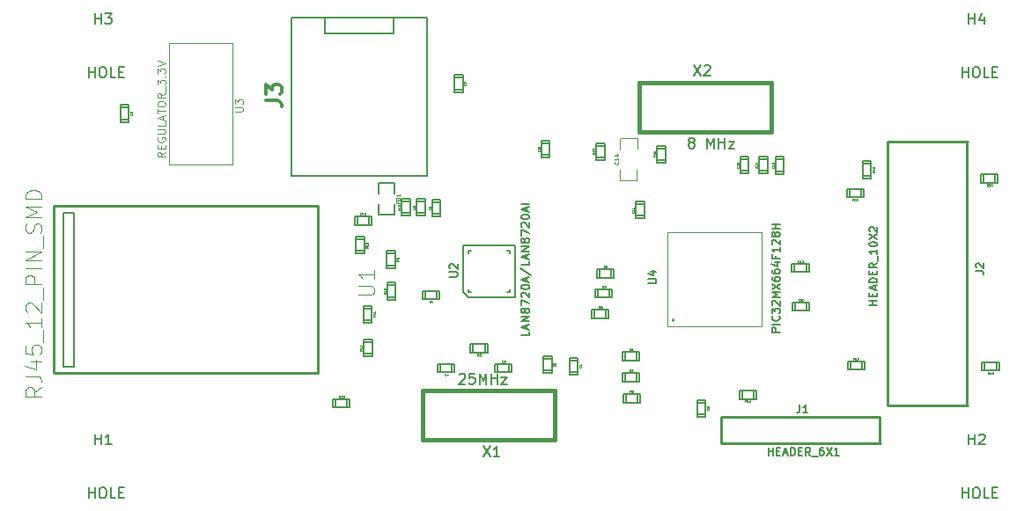
<source format=gto>
G04 (created by PCBNEW (2013-08-24 BZR 4298)-stable) date Fri 06 Dec 2013 09:15:41 PM PST*
%MOIN*%
G04 Gerber Fmt 3.4, Leading zero omitted, Abs format*
%FSLAX34Y34*%
G01*
G70*
G90*
G04 APERTURE LIST*
%ADD10C,0.005906*%
%ADD11C,0.005000*%
%ADD12C,0.003900*%
%ADD13C,0.010000*%
%ADD14C,0.005900*%
%ADD15C,0.007900*%
%ADD16C,0.015000*%
%ADD17C,0.001600*%
%ADD18C,0.003700*%
%ADD19C,0.007500*%
%ADD20C,0.007874*%
%ADD21C,0.012000*%
G04 APERTURE END LIST*
G54D10*
G54D11*
X21560Y-41247D02*
X21880Y-41247D01*
X21870Y-40807D02*
X21560Y-40807D01*
X21880Y-40707D02*
X21880Y-41347D01*
X21880Y-41347D02*
X21560Y-41347D01*
X21560Y-41347D02*
X21560Y-40707D01*
X21560Y-40707D02*
X21880Y-40707D01*
X22054Y-40266D02*
X22054Y-39946D01*
X21614Y-39956D02*
X21614Y-40266D01*
X21514Y-39946D02*
X22154Y-39946D01*
X22154Y-39946D02*
X22154Y-40266D01*
X22154Y-40266D02*
X21514Y-40266D01*
X21514Y-40266D02*
X21514Y-39946D01*
X36181Y-46532D02*
X36181Y-46852D01*
X36621Y-46842D02*
X36621Y-46532D01*
X36721Y-46852D02*
X36081Y-46852D01*
X36081Y-46852D02*
X36081Y-46532D01*
X36081Y-46532D02*
X36721Y-46532D01*
X36721Y-46532D02*
X36721Y-46852D01*
X21231Y-47179D02*
X21231Y-46859D01*
X20791Y-46869D02*
X20791Y-47179D01*
X20691Y-46859D02*
X21331Y-46859D01*
X21331Y-46859D02*
X21331Y-47179D01*
X21331Y-47179D02*
X20691Y-47179D01*
X20691Y-47179D02*
X20691Y-46859D01*
X22179Y-44709D02*
X21859Y-44709D01*
X21869Y-45149D02*
X22179Y-45149D01*
X21859Y-45249D02*
X21859Y-44609D01*
X21859Y-44609D02*
X22179Y-44609D01*
X22179Y-44609D02*
X22179Y-45249D01*
X22179Y-45249D02*
X21859Y-45249D01*
X21840Y-43869D02*
X22160Y-43869D01*
X22150Y-43429D02*
X21840Y-43429D01*
X22160Y-43329D02*
X22160Y-43969D01*
X22160Y-43969D02*
X21840Y-43969D01*
X21840Y-43969D02*
X21840Y-43329D01*
X21840Y-43329D02*
X22160Y-43329D01*
X23065Y-42551D02*
X22745Y-42551D01*
X22755Y-42991D02*
X23065Y-42991D01*
X22745Y-43091D02*
X22745Y-42451D01*
X22745Y-42451D02*
X23065Y-42451D01*
X23065Y-42451D02*
X23065Y-43091D01*
X23065Y-43091D02*
X22745Y-43091D01*
X22737Y-41786D02*
X23057Y-41786D01*
X23047Y-41346D02*
X22737Y-41346D01*
X23057Y-41246D02*
X23057Y-41886D01*
X23057Y-41886D02*
X22737Y-41886D01*
X22737Y-41886D02*
X22737Y-41246D01*
X22737Y-41246D02*
X23057Y-41246D01*
X31031Y-43793D02*
X31031Y-43473D01*
X30591Y-43483D02*
X30591Y-43793D01*
X30491Y-43473D02*
X31131Y-43473D01*
X31131Y-43473D02*
X31131Y-43793D01*
X31131Y-43793D02*
X30491Y-43793D01*
X30491Y-43793D02*
X30491Y-43473D01*
X31164Y-43014D02*
X31164Y-42694D01*
X30724Y-42704D02*
X30724Y-43014D01*
X30624Y-42694D02*
X31264Y-42694D01*
X31264Y-42694D02*
X31264Y-43014D01*
X31264Y-43014D02*
X30624Y-43014D01*
X30624Y-43014D02*
X30624Y-42694D01*
X31223Y-42266D02*
X31223Y-41946D01*
X30783Y-41956D02*
X30783Y-42266D01*
X30683Y-41946D02*
X31323Y-41946D01*
X31323Y-41946D02*
X31323Y-42266D01*
X31323Y-42266D02*
X30683Y-42266D01*
X30683Y-42266D02*
X30683Y-41946D01*
X26000Y-44780D02*
X26000Y-45100D01*
X26440Y-45090D02*
X26440Y-44780D01*
X26540Y-45100D02*
X25900Y-45100D01*
X25900Y-45100D02*
X25900Y-44780D01*
X25900Y-44780D02*
X26540Y-44780D01*
X26540Y-44780D02*
X26540Y-45100D01*
X32216Y-46990D02*
X32216Y-46670D01*
X31776Y-46680D02*
X31776Y-46990D01*
X31676Y-46670D02*
X32316Y-46670D01*
X32316Y-46670D02*
X32316Y-46990D01*
X32316Y-46990D02*
X31676Y-46990D01*
X31676Y-46990D02*
X31676Y-46670D01*
X32200Y-46195D02*
X32200Y-45875D01*
X31760Y-45885D02*
X31760Y-46195D01*
X31660Y-45875D02*
X32300Y-45875D01*
X32300Y-45875D02*
X32300Y-46195D01*
X32300Y-46195D02*
X31660Y-46195D01*
X31660Y-46195D02*
X31660Y-45875D01*
X32204Y-45392D02*
X32204Y-45072D01*
X31764Y-45082D02*
X31764Y-45392D01*
X31664Y-45072D02*
X32304Y-45072D01*
X32304Y-45072D02*
X32304Y-45392D01*
X32304Y-45392D02*
X31664Y-45392D01*
X31664Y-45392D02*
X31664Y-45072D01*
X37148Y-37768D02*
X36828Y-37768D01*
X36838Y-38208D02*
X37148Y-38208D01*
X36828Y-38308D02*
X36828Y-37668D01*
X36828Y-37668D02*
X37148Y-37668D01*
X37148Y-37668D02*
X37148Y-38308D01*
X37148Y-38308D02*
X36828Y-38308D01*
X36439Y-37772D02*
X36119Y-37772D01*
X36129Y-38212D02*
X36439Y-38212D01*
X36119Y-38312D02*
X36119Y-37672D01*
X36119Y-37672D02*
X36439Y-37672D01*
X36439Y-37672D02*
X36439Y-38312D01*
X36439Y-38312D02*
X36119Y-38312D01*
X33289Y-37358D02*
X32969Y-37358D01*
X32979Y-37798D02*
X33289Y-37798D01*
X32969Y-37898D02*
X32969Y-37258D01*
X32969Y-37258D02*
X33289Y-37258D01*
X33289Y-37258D02*
X33289Y-37898D01*
X33289Y-37898D02*
X32969Y-37898D01*
X37770Y-37783D02*
X37450Y-37783D01*
X37460Y-38223D02*
X37770Y-38223D01*
X37450Y-38323D02*
X37450Y-37683D01*
X37450Y-37683D02*
X37770Y-37683D01*
X37770Y-37683D02*
X37770Y-38323D01*
X37770Y-38323D02*
X37450Y-38323D01*
X30986Y-37260D02*
X30666Y-37260D01*
X30676Y-37700D02*
X30986Y-37700D01*
X30666Y-37800D02*
X30666Y-37160D01*
X30666Y-37160D02*
X30986Y-37160D01*
X30986Y-37160D02*
X30986Y-37800D01*
X30986Y-37800D02*
X30666Y-37800D01*
X38609Y-42049D02*
X38609Y-41729D01*
X38169Y-41739D02*
X38169Y-42049D01*
X38069Y-41729D02*
X38709Y-41729D01*
X38709Y-41729D02*
X38709Y-42049D01*
X38709Y-42049D02*
X38069Y-42049D01*
X38069Y-42049D02*
X38069Y-41729D01*
X32478Y-39476D02*
X32158Y-39476D01*
X32168Y-39916D02*
X32478Y-39916D01*
X32158Y-40016D02*
X32158Y-39376D01*
X32158Y-39376D02*
X32478Y-39376D01*
X32478Y-39376D02*
X32478Y-40016D01*
X32478Y-40016D02*
X32158Y-40016D01*
X38629Y-43518D02*
X38629Y-43198D01*
X38189Y-43208D02*
X38189Y-43518D01*
X38089Y-43198D02*
X38729Y-43198D01*
X38729Y-43198D02*
X38729Y-43518D01*
X38729Y-43518D02*
X38089Y-43518D01*
X38089Y-43518D02*
X38089Y-43198D01*
X12643Y-36255D02*
X12963Y-36255D01*
X12953Y-35815D02*
X12643Y-35815D01*
X12963Y-35715D02*
X12963Y-36355D01*
X12963Y-36355D02*
X12643Y-36355D01*
X12643Y-36355D02*
X12643Y-35715D01*
X12643Y-35715D02*
X12963Y-35715D01*
X34481Y-47428D02*
X34801Y-47428D01*
X34791Y-46988D02*
X34481Y-46988D01*
X34801Y-46888D02*
X34801Y-47528D01*
X34801Y-47528D02*
X34481Y-47528D01*
X34481Y-47528D02*
X34481Y-46888D01*
X34481Y-46888D02*
X34801Y-46888D01*
X25288Y-35121D02*
X25608Y-35121D01*
X25598Y-34681D02*
X25288Y-34681D01*
X25608Y-34581D02*
X25608Y-35221D01*
X25608Y-35221D02*
X25288Y-35221D01*
X25288Y-35221D02*
X25288Y-34581D01*
X25288Y-34581D02*
X25608Y-34581D01*
X24183Y-39378D02*
X23863Y-39378D01*
X23873Y-39818D02*
X24183Y-39818D01*
X23863Y-39918D02*
X23863Y-39278D01*
X23863Y-39278D02*
X24183Y-39278D01*
X24183Y-39278D02*
X24183Y-39918D01*
X24183Y-39918D02*
X23863Y-39918D01*
X24770Y-39398D02*
X24450Y-39398D01*
X24460Y-39838D02*
X24770Y-39838D01*
X24450Y-39938D02*
X24450Y-39298D01*
X24450Y-39298D02*
X24770Y-39298D01*
X24770Y-39298D02*
X24770Y-39938D01*
X24770Y-39938D02*
X24450Y-39938D01*
X24760Y-45528D02*
X24760Y-45848D01*
X25200Y-45838D02*
X25200Y-45528D01*
X25300Y-45848D02*
X24660Y-45848D01*
X24660Y-45848D02*
X24660Y-45528D01*
X24660Y-45528D02*
X25300Y-45528D01*
X25300Y-45528D02*
X25300Y-45848D01*
X27365Y-45841D02*
X27365Y-45521D01*
X26925Y-45531D02*
X26925Y-45841D01*
X26825Y-45521D02*
X27465Y-45521D01*
X27465Y-45521D02*
X27465Y-45841D01*
X27465Y-45841D02*
X26825Y-45841D01*
X26825Y-45841D02*
X26825Y-45521D01*
X29643Y-45830D02*
X29963Y-45830D01*
X29953Y-45390D02*
X29643Y-45390D01*
X29963Y-45290D02*
X29963Y-45930D01*
X29963Y-45930D02*
X29643Y-45930D01*
X29643Y-45930D02*
X29643Y-45290D01*
X29643Y-45290D02*
X29963Y-45290D01*
G54D12*
X16904Y-33385D02*
X16904Y-37985D01*
X16904Y-37985D02*
X14504Y-37985D01*
X14504Y-37985D02*
X14504Y-33385D01*
X14504Y-33385D02*
X16904Y-33385D01*
G54D11*
X22408Y-39063D02*
X22408Y-38663D01*
X22408Y-38663D02*
X23008Y-38663D01*
X23008Y-38663D02*
X23008Y-39063D01*
X23008Y-39463D02*
X23008Y-39863D01*
X23008Y-39863D02*
X22408Y-39863D01*
X22408Y-39863D02*
X22408Y-39463D01*
G54D12*
X32203Y-38169D02*
X32203Y-38569D01*
X32189Y-38571D02*
X31589Y-38571D01*
X31565Y-38571D02*
X31565Y-38171D01*
X31563Y-37387D02*
X31563Y-36987D01*
X31589Y-36981D02*
X32189Y-36981D01*
X32211Y-36983D02*
X32211Y-37383D01*
G54D13*
X41714Y-37106D02*
X44714Y-37106D01*
X41685Y-37106D02*
X41685Y-47106D01*
X44685Y-37106D02*
X44685Y-47106D01*
X44714Y-47106D02*
X41714Y-47106D01*
G54D11*
X24181Y-42765D02*
X24181Y-43085D01*
X24621Y-43075D02*
X24621Y-42765D01*
X24721Y-43085D02*
X24081Y-43085D01*
X24081Y-43085D02*
X24081Y-42765D01*
X24081Y-42765D02*
X24721Y-42765D01*
X24721Y-42765D02*
X24721Y-43085D01*
G54D14*
X25638Y-42803D02*
X25638Y-41039D01*
X25834Y-42999D02*
X27598Y-42999D01*
X25834Y-42999D02*
X25638Y-42803D01*
G54D15*
X25932Y-42803D02*
X25834Y-42803D01*
X25834Y-42803D02*
X25834Y-42705D01*
X27402Y-42705D02*
X27402Y-42803D01*
X27402Y-42803D02*
X27304Y-42803D01*
X27304Y-41235D02*
X27402Y-41235D01*
X27402Y-41235D02*
X27402Y-41333D01*
X25834Y-41333D02*
X25834Y-41235D01*
X25834Y-41235D02*
X25932Y-41235D01*
G54D14*
X27598Y-41039D02*
X27598Y-42999D01*
X25638Y-41039D02*
X27598Y-41039D01*
G54D16*
X37303Y-34881D02*
X37303Y-36732D01*
X32303Y-34881D02*
X32303Y-36732D01*
X32303Y-36732D02*
X37303Y-36732D01*
X32303Y-34881D02*
X37303Y-34881D01*
X24074Y-48401D02*
X24074Y-46551D01*
X29074Y-48401D02*
X29074Y-46551D01*
X29074Y-46551D02*
X24074Y-46551D01*
X29074Y-48401D02*
X24074Y-48401D01*
G54D10*
X10875Y-39807D02*
X10482Y-39807D01*
X10482Y-39807D02*
X10482Y-45633D01*
X10482Y-45633D02*
X10875Y-45633D01*
X10875Y-45633D02*
X10875Y-39807D01*
G54D13*
X20137Y-39531D02*
X20137Y-45870D01*
X20137Y-45870D02*
X10137Y-45870D01*
X10137Y-45870D02*
X10137Y-39531D01*
X10137Y-39531D02*
X20137Y-39531D01*
G54D11*
X28670Y-45775D02*
X28990Y-45775D01*
X28980Y-45335D02*
X28670Y-45335D01*
X28990Y-45235D02*
X28990Y-45875D01*
X28990Y-45875D02*
X28670Y-45875D01*
X28670Y-45875D02*
X28670Y-45235D01*
X28670Y-45235D02*
X28990Y-45235D01*
X23624Y-39370D02*
X23304Y-39370D01*
X23314Y-39810D02*
X23624Y-39810D01*
X23304Y-39910D02*
X23304Y-39270D01*
X23304Y-39270D02*
X23624Y-39270D01*
X23624Y-39270D02*
X23624Y-39910D01*
X23624Y-39910D02*
X23304Y-39910D01*
X28900Y-37165D02*
X28580Y-37165D01*
X28590Y-37605D02*
X28900Y-37605D01*
X28580Y-37705D02*
X28580Y-37065D01*
X28580Y-37065D02*
X28900Y-37065D01*
X28900Y-37065D02*
X28900Y-37705D01*
X28900Y-37705D02*
X28580Y-37705D01*
X20393Y-32405D02*
X20393Y-33015D01*
X20393Y-33015D02*
X22992Y-33015D01*
X22992Y-33015D02*
X22992Y-32415D01*
G54D15*
X19132Y-38389D02*
X19132Y-32405D01*
X19132Y-32405D02*
X24252Y-32405D01*
X24252Y-32405D02*
X24252Y-38389D01*
X24252Y-38389D02*
X19132Y-38389D01*
G54D13*
X41401Y-47531D02*
X35401Y-47531D01*
X41401Y-47531D02*
X41401Y-48531D01*
X41407Y-48537D02*
X35395Y-48537D01*
X35395Y-48537D02*
X35395Y-47529D01*
G54D11*
X40720Y-45746D02*
X40720Y-45426D01*
X40280Y-45436D02*
X40280Y-45746D01*
X40180Y-45426D02*
X40820Y-45426D01*
X40820Y-45426D02*
X40820Y-45746D01*
X40820Y-45746D02*
X40180Y-45746D01*
X40180Y-45746D02*
X40180Y-45426D01*
X45370Y-45465D02*
X45370Y-45785D01*
X45810Y-45775D02*
X45810Y-45465D01*
X45910Y-45785D02*
X45270Y-45785D01*
X45270Y-45785D02*
X45270Y-45465D01*
X45270Y-45465D02*
X45910Y-45465D01*
X45910Y-45465D02*
X45910Y-45785D01*
X40749Y-38389D02*
X41069Y-38389D01*
X41059Y-37949D02*
X40749Y-37949D01*
X41069Y-37849D02*
X41069Y-38489D01*
X41069Y-38489D02*
X40749Y-38489D01*
X40749Y-38489D02*
X40749Y-37849D01*
X40749Y-37849D02*
X41069Y-37849D01*
X45327Y-38351D02*
X45327Y-38671D01*
X45767Y-38661D02*
X45767Y-38351D01*
X45867Y-38671D02*
X45227Y-38671D01*
X45227Y-38671D02*
X45227Y-38351D01*
X45227Y-38351D02*
X45867Y-38351D01*
X45867Y-38351D02*
X45867Y-38671D01*
G54D12*
X33370Y-44090D02*
X33370Y-40547D01*
X33370Y-40547D02*
X36913Y-40547D01*
X36913Y-40547D02*
X36913Y-44090D01*
X36913Y-44090D02*
X33370Y-44090D01*
X33625Y-43872D02*
G75*
G03X33625Y-43872I-53J0D01*
G74*
G01*
G54D11*
X40248Y-38891D02*
X40248Y-39211D01*
X40688Y-39201D02*
X40688Y-38891D01*
X40788Y-39211D02*
X40148Y-39211D01*
X40148Y-39211D02*
X40148Y-38891D01*
X40148Y-38891D02*
X40788Y-38891D01*
X40788Y-38891D02*
X40788Y-39211D01*
G54D17*
X22006Y-41078D02*
X21968Y-41104D01*
X22006Y-41123D02*
X21927Y-41123D01*
X21927Y-41093D01*
X21930Y-41085D01*
X21934Y-41082D01*
X21942Y-41078D01*
X21953Y-41078D01*
X21961Y-41082D01*
X21964Y-41085D01*
X21968Y-41093D01*
X21968Y-41123D01*
X22006Y-41003D02*
X22006Y-41048D01*
X22006Y-41025D02*
X21927Y-41025D01*
X21938Y-41033D01*
X21946Y-41040D01*
X21949Y-41048D01*
X21927Y-40935D02*
X21927Y-40950D01*
X21930Y-40957D01*
X21934Y-40961D01*
X21946Y-40969D01*
X21961Y-40973D01*
X21991Y-40973D01*
X21998Y-40969D01*
X22002Y-40965D01*
X22006Y-40957D01*
X22006Y-40942D01*
X22002Y-40935D01*
X21998Y-40931D01*
X21991Y-40927D01*
X21972Y-40927D01*
X21964Y-40931D01*
X21961Y-40935D01*
X21957Y-40942D01*
X21957Y-40957D01*
X21961Y-40965D01*
X21964Y-40969D01*
X21972Y-40973D01*
X21783Y-39892D02*
X21757Y-39854D01*
X21738Y-39892D02*
X21738Y-39813D01*
X21768Y-39813D01*
X21776Y-39816D01*
X21780Y-39820D01*
X21783Y-39828D01*
X21783Y-39839D01*
X21780Y-39846D01*
X21776Y-39850D01*
X21768Y-39854D01*
X21738Y-39854D01*
X21859Y-39892D02*
X21813Y-39892D01*
X21836Y-39892D02*
X21836Y-39813D01*
X21829Y-39824D01*
X21821Y-39831D01*
X21813Y-39835D01*
X21930Y-39813D02*
X21892Y-39813D01*
X21889Y-39850D01*
X21892Y-39846D01*
X21900Y-39843D01*
X21919Y-39843D01*
X21926Y-39846D01*
X21930Y-39850D01*
X21934Y-39858D01*
X21934Y-39876D01*
X21930Y-39884D01*
X21926Y-39888D01*
X21919Y-39892D01*
X21900Y-39892D01*
X21892Y-39888D01*
X21889Y-39884D01*
X36350Y-46978D02*
X36324Y-46941D01*
X36305Y-46978D02*
X36305Y-46899D01*
X36335Y-46899D01*
X36343Y-46903D01*
X36347Y-46907D01*
X36350Y-46914D01*
X36350Y-46925D01*
X36347Y-46933D01*
X36343Y-46937D01*
X36335Y-46941D01*
X36305Y-46941D01*
X36426Y-46978D02*
X36380Y-46978D01*
X36403Y-46978D02*
X36403Y-46899D01*
X36395Y-46910D01*
X36388Y-46918D01*
X36380Y-46922D01*
X36493Y-46925D02*
X36493Y-46978D01*
X36474Y-46895D02*
X36456Y-46952D01*
X36505Y-46952D01*
X20961Y-46805D02*
X20934Y-46767D01*
X20915Y-46805D02*
X20915Y-46726D01*
X20945Y-46726D01*
X20953Y-46730D01*
X20957Y-46733D01*
X20961Y-46741D01*
X20961Y-46752D01*
X20957Y-46760D01*
X20953Y-46764D01*
X20945Y-46767D01*
X20915Y-46767D01*
X21036Y-46805D02*
X20991Y-46805D01*
X21013Y-46805D02*
X21013Y-46726D01*
X21006Y-46737D01*
X20998Y-46745D01*
X20991Y-46748D01*
X21062Y-46726D02*
X21111Y-46726D01*
X21085Y-46756D01*
X21096Y-46756D01*
X21103Y-46760D01*
X21107Y-46764D01*
X21111Y-46771D01*
X21111Y-46790D01*
X21107Y-46797D01*
X21103Y-46801D01*
X21096Y-46805D01*
X21073Y-46805D01*
X21066Y-46801D01*
X21062Y-46797D01*
X21805Y-44979D02*
X21767Y-45006D01*
X21805Y-45025D02*
X21726Y-45025D01*
X21726Y-44994D01*
X21730Y-44987D01*
X21733Y-44983D01*
X21741Y-44979D01*
X21752Y-44979D01*
X21760Y-44983D01*
X21764Y-44987D01*
X21767Y-44994D01*
X21767Y-45025D01*
X21805Y-44904D02*
X21805Y-44949D01*
X21805Y-44927D02*
X21726Y-44927D01*
X21737Y-44934D01*
X21745Y-44942D01*
X21748Y-44949D01*
X21733Y-44874D02*
X21730Y-44870D01*
X21726Y-44863D01*
X21726Y-44844D01*
X21730Y-44836D01*
X21733Y-44833D01*
X21741Y-44829D01*
X21748Y-44829D01*
X21760Y-44833D01*
X21805Y-44878D01*
X21805Y-44829D01*
X22285Y-43700D02*
X22248Y-43726D01*
X22285Y-43745D02*
X22206Y-43745D01*
X22206Y-43715D01*
X22210Y-43707D01*
X22214Y-43704D01*
X22221Y-43700D01*
X22233Y-43700D01*
X22240Y-43704D01*
X22244Y-43707D01*
X22248Y-43715D01*
X22248Y-43745D01*
X22285Y-43625D02*
X22285Y-43670D01*
X22285Y-43647D02*
X22206Y-43647D01*
X22218Y-43655D01*
X22225Y-43662D01*
X22229Y-43670D01*
X22285Y-43549D02*
X22285Y-43595D01*
X22285Y-43572D02*
X22206Y-43572D01*
X22218Y-43580D01*
X22225Y-43587D01*
X22229Y-43595D01*
X22691Y-42822D02*
X22653Y-42848D01*
X22691Y-42867D02*
X22612Y-42867D01*
X22612Y-42837D01*
X22616Y-42829D01*
X22619Y-42826D01*
X22627Y-42822D01*
X22638Y-42822D01*
X22646Y-42826D01*
X22649Y-42829D01*
X22653Y-42837D01*
X22653Y-42867D01*
X22691Y-42747D02*
X22691Y-42792D01*
X22691Y-42769D02*
X22612Y-42769D01*
X22623Y-42777D01*
X22631Y-42784D01*
X22634Y-42792D01*
X22612Y-42698D02*
X22612Y-42690D01*
X22616Y-42683D01*
X22619Y-42679D01*
X22627Y-42675D01*
X22642Y-42671D01*
X22661Y-42671D01*
X22676Y-42675D01*
X22683Y-42679D01*
X22687Y-42683D01*
X22691Y-42690D01*
X22691Y-42698D01*
X22687Y-42705D01*
X22683Y-42709D01*
X22676Y-42713D01*
X22661Y-42717D01*
X22642Y-42717D01*
X22627Y-42713D01*
X22619Y-42709D01*
X22616Y-42705D01*
X22612Y-42698D01*
X23183Y-41580D02*
X23145Y-41606D01*
X23183Y-41625D02*
X23104Y-41625D01*
X23104Y-41595D01*
X23108Y-41587D01*
X23111Y-41583D01*
X23119Y-41580D01*
X23130Y-41580D01*
X23138Y-41583D01*
X23141Y-41587D01*
X23145Y-41595D01*
X23145Y-41625D01*
X23183Y-41542D02*
X23183Y-41527D01*
X23179Y-41519D01*
X23175Y-41516D01*
X23164Y-41508D01*
X23149Y-41504D01*
X23119Y-41504D01*
X23111Y-41508D01*
X23108Y-41512D01*
X23104Y-41519D01*
X23104Y-41534D01*
X23108Y-41542D01*
X23111Y-41546D01*
X23119Y-41550D01*
X23138Y-41550D01*
X23145Y-41546D01*
X23149Y-41542D01*
X23153Y-41534D01*
X23153Y-41519D01*
X23149Y-41512D01*
X23145Y-41508D01*
X23138Y-41504D01*
X30797Y-43419D02*
X30771Y-43381D01*
X30752Y-43419D02*
X30752Y-43340D01*
X30782Y-43340D01*
X30790Y-43344D01*
X30794Y-43348D01*
X30797Y-43355D01*
X30797Y-43366D01*
X30794Y-43374D01*
X30790Y-43378D01*
X30782Y-43381D01*
X30752Y-43381D01*
X30843Y-43374D02*
X30835Y-43370D01*
X30831Y-43366D01*
X30827Y-43359D01*
X30827Y-43355D01*
X30831Y-43348D01*
X30835Y-43344D01*
X30843Y-43340D01*
X30858Y-43340D01*
X30865Y-43344D01*
X30869Y-43348D01*
X30873Y-43355D01*
X30873Y-43359D01*
X30869Y-43366D01*
X30865Y-43370D01*
X30858Y-43374D01*
X30843Y-43374D01*
X30835Y-43378D01*
X30831Y-43381D01*
X30827Y-43389D01*
X30827Y-43404D01*
X30831Y-43412D01*
X30835Y-43415D01*
X30843Y-43419D01*
X30858Y-43419D01*
X30865Y-43415D01*
X30869Y-43412D01*
X30873Y-43404D01*
X30873Y-43389D01*
X30869Y-43381D01*
X30865Y-43378D01*
X30858Y-43374D01*
X30931Y-42640D02*
X30905Y-42602D01*
X30886Y-42640D02*
X30886Y-42561D01*
X30916Y-42561D01*
X30924Y-42564D01*
X30927Y-42568D01*
X30931Y-42576D01*
X30931Y-42587D01*
X30927Y-42594D01*
X30924Y-42598D01*
X30916Y-42602D01*
X30886Y-42602D01*
X30958Y-42561D02*
X31010Y-42561D01*
X30976Y-42640D01*
X30990Y-41892D02*
X30964Y-41854D01*
X30945Y-41892D02*
X30945Y-41813D01*
X30975Y-41813D01*
X30983Y-41816D01*
X30987Y-41820D01*
X30990Y-41828D01*
X30990Y-41839D01*
X30987Y-41846D01*
X30983Y-41850D01*
X30975Y-41854D01*
X30945Y-41854D01*
X31058Y-41813D02*
X31043Y-41813D01*
X31035Y-41816D01*
X31032Y-41820D01*
X31024Y-41831D01*
X31020Y-41846D01*
X31020Y-41876D01*
X31024Y-41884D01*
X31028Y-41888D01*
X31035Y-41892D01*
X31050Y-41892D01*
X31058Y-41888D01*
X31062Y-41884D01*
X31066Y-41876D01*
X31066Y-41858D01*
X31062Y-41850D01*
X31058Y-41846D01*
X31050Y-41843D01*
X31035Y-41843D01*
X31028Y-41846D01*
X31024Y-41850D01*
X31020Y-41858D01*
X26207Y-45226D02*
X26180Y-45189D01*
X26162Y-45226D02*
X26162Y-45147D01*
X26192Y-45147D01*
X26199Y-45151D01*
X26203Y-45155D01*
X26207Y-45162D01*
X26207Y-45174D01*
X26203Y-45181D01*
X26199Y-45185D01*
X26192Y-45189D01*
X26162Y-45189D01*
X26278Y-45147D02*
X26241Y-45147D01*
X26237Y-45185D01*
X26241Y-45181D01*
X26248Y-45177D01*
X26267Y-45177D01*
X26275Y-45181D01*
X26278Y-45185D01*
X26282Y-45192D01*
X26282Y-45211D01*
X26278Y-45219D01*
X26275Y-45222D01*
X26267Y-45226D01*
X26248Y-45226D01*
X26241Y-45222D01*
X26237Y-45219D01*
X31982Y-46616D02*
X31956Y-46578D01*
X31937Y-46616D02*
X31937Y-46537D01*
X31967Y-46537D01*
X31975Y-46541D01*
X31979Y-46544D01*
X31982Y-46552D01*
X31982Y-46563D01*
X31979Y-46571D01*
X31975Y-46575D01*
X31967Y-46578D01*
X31937Y-46578D01*
X32009Y-46537D02*
X32058Y-46537D01*
X32031Y-46567D01*
X32043Y-46567D01*
X32050Y-46571D01*
X32054Y-46575D01*
X32058Y-46582D01*
X32058Y-46601D01*
X32054Y-46608D01*
X32050Y-46612D01*
X32043Y-46616D01*
X32020Y-46616D01*
X32012Y-46612D01*
X32009Y-46608D01*
X31967Y-45821D02*
X31940Y-45783D01*
X31922Y-45821D02*
X31922Y-45742D01*
X31952Y-45742D01*
X31959Y-45745D01*
X31963Y-45749D01*
X31967Y-45757D01*
X31967Y-45768D01*
X31963Y-45776D01*
X31959Y-45779D01*
X31952Y-45783D01*
X31922Y-45783D01*
X31997Y-45749D02*
X32001Y-45745D01*
X32008Y-45742D01*
X32027Y-45742D01*
X32034Y-45745D01*
X32038Y-45749D01*
X32042Y-45757D01*
X32042Y-45764D01*
X32038Y-45776D01*
X31993Y-45821D01*
X32042Y-45821D01*
X31971Y-45018D02*
X31944Y-44980D01*
X31925Y-45018D02*
X31925Y-44939D01*
X31956Y-44939D01*
X31963Y-44942D01*
X31967Y-44946D01*
X31971Y-44954D01*
X31971Y-44965D01*
X31967Y-44972D01*
X31963Y-44976D01*
X31956Y-44980D01*
X31925Y-44980D01*
X32046Y-45018D02*
X32001Y-45018D01*
X32023Y-45018D02*
X32023Y-44939D01*
X32016Y-44950D01*
X32008Y-44957D01*
X32001Y-44961D01*
X36766Y-38038D02*
X36770Y-38042D01*
X36773Y-38054D01*
X36773Y-38061D01*
X36770Y-38072D01*
X36762Y-38080D01*
X36755Y-38084D01*
X36740Y-38087D01*
X36728Y-38087D01*
X36713Y-38084D01*
X36706Y-38080D01*
X36698Y-38072D01*
X36694Y-38061D01*
X36694Y-38054D01*
X36698Y-38042D01*
X36702Y-38038D01*
X36702Y-38008D02*
X36698Y-38005D01*
X36694Y-37997D01*
X36694Y-37978D01*
X36698Y-37971D01*
X36702Y-37967D01*
X36709Y-37963D01*
X36717Y-37963D01*
X36728Y-37967D01*
X36773Y-38012D01*
X36773Y-37963D01*
X36773Y-37888D02*
X36773Y-37933D01*
X36773Y-37911D02*
X36694Y-37911D01*
X36706Y-37918D01*
X36713Y-37926D01*
X36717Y-37933D01*
X36057Y-38042D02*
X36061Y-38046D01*
X36065Y-38057D01*
X36065Y-38065D01*
X36061Y-38076D01*
X36053Y-38084D01*
X36046Y-38088D01*
X36031Y-38091D01*
X36020Y-38091D01*
X36005Y-38088D01*
X35997Y-38084D01*
X35990Y-38076D01*
X35986Y-38065D01*
X35986Y-38057D01*
X35990Y-38046D01*
X35993Y-38042D01*
X35993Y-38012D02*
X35990Y-38009D01*
X35986Y-38001D01*
X35986Y-37982D01*
X35990Y-37975D01*
X35993Y-37971D01*
X36001Y-37967D01*
X36008Y-37967D01*
X36020Y-37971D01*
X36065Y-38016D01*
X36065Y-37967D01*
X35986Y-37918D02*
X35986Y-37911D01*
X35990Y-37903D01*
X35993Y-37899D01*
X36001Y-37896D01*
X36016Y-37892D01*
X36035Y-37892D01*
X36050Y-37896D01*
X36057Y-37899D01*
X36061Y-37903D01*
X36065Y-37911D01*
X36065Y-37918D01*
X36061Y-37926D01*
X36057Y-37930D01*
X36050Y-37933D01*
X36035Y-37937D01*
X36016Y-37937D01*
X36001Y-37933D01*
X35993Y-37930D01*
X35990Y-37926D01*
X35986Y-37918D01*
X32908Y-37629D02*
X32911Y-37633D01*
X32915Y-37644D01*
X32915Y-37652D01*
X32911Y-37663D01*
X32904Y-37670D01*
X32896Y-37674D01*
X32881Y-37678D01*
X32870Y-37678D01*
X32855Y-37674D01*
X32847Y-37670D01*
X32840Y-37663D01*
X32836Y-37652D01*
X32836Y-37644D01*
X32840Y-37633D01*
X32844Y-37629D01*
X32915Y-37554D02*
X32915Y-37599D01*
X32915Y-37576D02*
X32836Y-37576D01*
X32847Y-37584D01*
X32855Y-37591D01*
X32859Y-37599D01*
X32915Y-37516D02*
X32915Y-37501D01*
X32911Y-37494D01*
X32908Y-37490D01*
X32896Y-37482D01*
X32881Y-37479D01*
X32851Y-37479D01*
X32844Y-37482D01*
X32840Y-37486D01*
X32836Y-37494D01*
X32836Y-37509D01*
X32840Y-37516D01*
X32844Y-37520D01*
X32851Y-37524D01*
X32870Y-37524D01*
X32878Y-37520D01*
X32881Y-37516D01*
X32885Y-37509D01*
X32885Y-37494D01*
X32881Y-37486D01*
X32878Y-37482D01*
X32870Y-37479D01*
X37388Y-38054D02*
X37392Y-38058D01*
X37395Y-38069D01*
X37395Y-38077D01*
X37392Y-38088D01*
X37384Y-38096D01*
X37377Y-38099D01*
X37362Y-38103D01*
X37350Y-38103D01*
X37335Y-38099D01*
X37328Y-38096D01*
X37320Y-38088D01*
X37316Y-38077D01*
X37316Y-38069D01*
X37320Y-38058D01*
X37324Y-38054D01*
X37395Y-37979D02*
X37395Y-38024D01*
X37395Y-38002D02*
X37316Y-38002D01*
X37328Y-38009D01*
X37335Y-38017D01*
X37339Y-38024D01*
X37350Y-37934D02*
X37347Y-37941D01*
X37343Y-37945D01*
X37335Y-37949D01*
X37332Y-37949D01*
X37324Y-37945D01*
X37320Y-37941D01*
X37316Y-37934D01*
X37316Y-37919D01*
X37320Y-37911D01*
X37324Y-37908D01*
X37332Y-37904D01*
X37335Y-37904D01*
X37343Y-37908D01*
X37347Y-37911D01*
X37350Y-37919D01*
X37350Y-37934D01*
X37354Y-37941D01*
X37358Y-37945D01*
X37365Y-37949D01*
X37380Y-37949D01*
X37388Y-37945D01*
X37392Y-37941D01*
X37395Y-37934D01*
X37395Y-37919D01*
X37392Y-37911D01*
X37388Y-37908D01*
X37380Y-37904D01*
X37365Y-37904D01*
X37358Y-37908D01*
X37354Y-37911D01*
X37350Y-37919D01*
X30604Y-37531D02*
X30608Y-37534D01*
X30612Y-37546D01*
X30612Y-37553D01*
X30608Y-37564D01*
X30601Y-37572D01*
X30593Y-37576D01*
X30578Y-37580D01*
X30567Y-37580D01*
X30552Y-37576D01*
X30544Y-37572D01*
X30537Y-37564D01*
X30533Y-37553D01*
X30533Y-37546D01*
X30537Y-37534D01*
X30541Y-37531D01*
X30612Y-37455D02*
X30612Y-37501D01*
X30612Y-37478D02*
X30533Y-37478D01*
X30544Y-37485D01*
X30552Y-37493D01*
X30556Y-37501D01*
X30533Y-37429D02*
X30533Y-37380D01*
X30563Y-37406D01*
X30563Y-37395D01*
X30567Y-37388D01*
X30571Y-37384D01*
X30578Y-37380D01*
X30597Y-37380D01*
X30604Y-37384D01*
X30608Y-37388D01*
X30612Y-37395D01*
X30612Y-37418D01*
X30608Y-37425D01*
X30604Y-37429D01*
X38338Y-41667D02*
X38335Y-41671D01*
X38323Y-41675D01*
X38316Y-41675D01*
X38305Y-41671D01*
X38297Y-41664D01*
X38293Y-41656D01*
X38290Y-41641D01*
X38290Y-41630D01*
X38293Y-41615D01*
X38297Y-41607D01*
X38305Y-41600D01*
X38316Y-41596D01*
X38323Y-41596D01*
X38335Y-41600D01*
X38338Y-41604D01*
X38414Y-41675D02*
X38369Y-41675D01*
X38391Y-41675D02*
X38391Y-41596D01*
X38384Y-41607D01*
X38376Y-41615D01*
X38369Y-41619D01*
X38444Y-41604D02*
X38448Y-41600D01*
X38455Y-41596D01*
X38474Y-41596D01*
X38481Y-41600D01*
X38485Y-41604D01*
X38489Y-41611D01*
X38489Y-41619D01*
X38485Y-41630D01*
X38440Y-41675D01*
X38489Y-41675D01*
X32097Y-39747D02*
X32100Y-39751D01*
X32104Y-39762D01*
X32104Y-39770D01*
X32100Y-39781D01*
X32093Y-39789D01*
X32085Y-39792D01*
X32070Y-39796D01*
X32059Y-39796D01*
X32044Y-39792D01*
X32036Y-39789D01*
X32029Y-39781D01*
X32025Y-39770D01*
X32025Y-39762D01*
X32029Y-39751D01*
X32033Y-39747D01*
X32104Y-39672D02*
X32104Y-39717D01*
X32104Y-39694D02*
X32025Y-39694D01*
X32036Y-39702D01*
X32044Y-39710D01*
X32048Y-39717D01*
X32104Y-39597D02*
X32104Y-39642D01*
X32104Y-39619D02*
X32025Y-39619D01*
X32036Y-39627D01*
X32044Y-39634D01*
X32048Y-39642D01*
X38358Y-43136D02*
X38354Y-43140D01*
X38343Y-43144D01*
X38336Y-43144D01*
X38324Y-43140D01*
X38317Y-43132D01*
X38313Y-43125D01*
X38309Y-43110D01*
X38309Y-43098D01*
X38313Y-43083D01*
X38317Y-43076D01*
X38324Y-43068D01*
X38336Y-43065D01*
X38343Y-43065D01*
X38354Y-43068D01*
X38358Y-43072D01*
X38433Y-43144D02*
X38388Y-43144D01*
X38411Y-43144D02*
X38411Y-43065D01*
X38403Y-43076D01*
X38396Y-43083D01*
X38388Y-43087D01*
X38482Y-43065D02*
X38490Y-43065D01*
X38497Y-43068D01*
X38501Y-43072D01*
X38505Y-43080D01*
X38509Y-43095D01*
X38509Y-43113D01*
X38505Y-43128D01*
X38501Y-43136D01*
X38497Y-43140D01*
X38490Y-43144D01*
X38482Y-43144D01*
X38475Y-43140D01*
X38471Y-43136D01*
X38467Y-43128D01*
X38463Y-43113D01*
X38463Y-43095D01*
X38467Y-43080D01*
X38471Y-43072D01*
X38475Y-43068D01*
X38482Y-43065D01*
X13081Y-36048D02*
X13085Y-36052D01*
X13088Y-36063D01*
X13088Y-36071D01*
X13085Y-36082D01*
X13077Y-36089D01*
X13070Y-36093D01*
X13055Y-36097D01*
X13043Y-36097D01*
X13028Y-36093D01*
X13021Y-36089D01*
X13013Y-36082D01*
X13009Y-36071D01*
X13009Y-36063D01*
X13013Y-36052D01*
X13017Y-36048D01*
X13088Y-36010D02*
X13088Y-35995D01*
X13085Y-35988D01*
X13081Y-35984D01*
X13070Y-35977D01*
X13055Y-35973D01*
X13024Y-35973D01*
X13017Y-35977D01*
X13013Y-35980D01*
X13009Y-35988D01*
X13009Y-36003D01*
X13013Y-36010D01*
X13017Y-36014D01*
X13024Y-36018D01*
X13043Y-36018D01*
X13051Y-36014D01*
X13055Y-36010D01*
X13058Y-36003D01*
X13058Y-35988D01*
X13055Y-35980D01*
X13051Y-35977D01*
X13043Y-35973D01*
X34919Y-47221D02*
X34923Y-47225D01*
X34927Y-47236D01*
X34927Y-47244D01*
X34923Y-47255D01*
X34916Y-47263D01*
X34908Y-47266D01*
X34893Y-47270D01*
X34882Y-47270D01*
X34867Y-47266D01*
X34859Y-47263D01*
X34852Y-47255D01*
X34848Y-47244D01*
X34848Y-47236D01*
X34852Y-47225D01*
X34855Y-47221D01*
X34882Y-47176D02*
X34878Y-47184D01*
X34874Y-47187D01*
X34867Y-47191D01*
X34863Y-47191D01*
X34855Y-47187D01*
X34852Y-47184D01*
X34848Y-47176D01*
X34848Y-47161D01*
X34852Y-47154D01*
X34855Y-47150D01*
X34863Y-47146D01*
X34867Y-47146D01*
X34874Y-47150D01*
X34878Y-47154D01*
X34882Y-47161D01*
X34882Y-47176D01*
X34886Y-47184D01*
X34889Y-47187D01*
X34897Y-47191D01*
X34912Y-47191D01*
X34919Y-47187D01*
X34923Y-47184D01*
X34927Y-47176D01*
X34927Y-47161D01*
X34923Y-47154D01*
X34919Y-47150D01*
X34912Y-47146D01*
X34897Y-47146D01*
X34889Y-47150D01*
X34886Y-47154D01*
X34882Y-47161D01*
X25727Y-34914D02*
X25730Y-34918D01*
X25734Y-34929D01*
X25734Y-34937D01*
X25730Y-34948D01*
X25723Y-34956D01*
X25715Y-34959D01*
X25700Y-34963D01*
X25689Y-34963D01*
X25674Y-34959D01*
X25666Y-34956D01*
X25659Y-34948D01*
X25655Y-34937D01*
X25655Y-34929D01*
X25659Y-34918D01*
X25663Y-34914D01*
X25655Y-34888D02*
X25655Y-34835D01*
X25734Y-34869D01*
X23801Y-39611D02*
X23805Y-39615D01*
X23809Y-39626D01*
X23809Y-39634D01*
X23805Y-39645D01*
X23798Y-39652D01*
X23790Y-39656D01*
X23775Y-39660D01*
X23764Y-39660D01*
X23749Y-39656D01*
X23741Y-39652D01*
X23734Y-39645D01*
X23730Y-39634D01*
X23730Y-39626D01*
X23734Y-39615D01*
X23737Y-39611D01*
X23730Y-39543D02*
X23730Y-39558D01*
X23734Y-39566D01*
X23737Y-39570D01*
X23749Y-39577D01*
X23764Y-39581D01*
X23794Y-39581D01*
X23801Y-39577D01*
X23805Y-39573D01*
X23809Y-39566D01*
X23809Y-39551D01*
X23805Y-39543D01*
X23801Y-39540D01*
X23794Y-39536D01*
X23775Y-39536D01*
X23767Y-39540D01*
X23764Y-39543D01*
X23760Y-39551D01*
X23760Y-39566D01*
X23764Y-39573D01*
X23767Y-39577D01*
X23775Y-39581D01*
X24388Y-39631D02*
X24392Y-39635D01*
X24395Y-39646D01*
X24395Y-39653D01*
X24392Y-39665D01*
X24384Y-39672D01*
X24377Y-39676D01*
X24362Y-39680D01*
X24350Y-39680D01*
X24335Y-39676D01*
X24328Y-39672D01*
X24320Y-39665D01*
X24316Y-39653D01*
X24316Y-39646D01*
X24320Y-39635D01*
X24324Y-39631D01*
X24316Y-39559D02*
X24316Y-39597D01*
X24354Y-39601D01*
X24350Y-39597D01*
X24347Y-39589D01*
X24347Y-39571D01*
X24350Y-39563D01*
X24354Y-39559D01*
X24362Y-39556D01*
X24380Y-39556D01*
X24388Y-39559D01*
X24392Y-39563D01*
X24395Y-39571D01*
X24395Y-39589D01*
X24392Y-39597D01*
X24388Y-39601D01*
X24967Y-45967D02*
X24963Y-45970D01*
X24952Y-45974D01*
X24944Y-45974D01*
X24933Y-45970D01*
X24925Y-45963D01*
X24922Y-45955D01*
X24918Y-45940D01*
X24918Y-45929D01*
X24922Y-45914D01*
X24925Y-45907D01*
X24933Y-45899D01*
X24944Y-45895D01*
X24952Y-45895D01*
X24963Y-45899D01*
X24967Y-45903D01*
X25034Y-45922D02*
X25034Y-45974D01*
X25016Y-45891D02*
X24997Y-45948D01*
X25046Y-45948D01*
X27132Y-45459D02*
X27128Y-45463D01*
X27117Y-45466D01*
X27109Y-45466D01*
X27098Y-45463D01*
X27091Y-45455D01*
X27087Y-45448D01*
X27083Y-45432D01*
X27083Y-45421D01*
X27087Y-45406D01*
X27091Y-45399D01*
X27098Y-45391D01*
X27109Y-45387D01*
X27117Y-45387D01*
X27128Y-45391D01*
X27132Y-45395D01*
X27158Y-45387D02*
X27207Y-45387D01*
X27181Y-45417D01*
X27192Y-45417D01*
X27200Y-45421D01*
X27203Y-45425D01*
X27207Y-45432D01*
X27207Y-45451D01*
X27203Y-45459D01*
X27200Y-45463D01*
X27192Y-45466D01*
X27170Y-45466D01*
X27162Y-45463D01*
X27158Y-45459D01*
X30081Y-45623D02*
X30085Y-45627D01*
X30088Y-45638D01*
X30088Y-45645D01*
X30085Y-45657D01*
X30077Y-45664D01*
X30070Y-45668D01*
X30055Y-45672D01*
X30043Y-45672D01*
X30028Y-45668D01*
X30021Y-45664D01*
X30013Y-45657D01*
X30009Y-45645D01*
X30009Y-45638D01*
X30013Y-45627D01*
X30017Y-45623D01*
X30088Y-45548D02*
X30088Y-45593D01*
X30088Y-45570D02*
X30009Y-45570D01*
X30021Y-45578D01*
X30028Y-45585D01*
X30032Y-45593D01*
G54D12*
X16990Y-35963D02*
X17233Y-35963D01*
X17261Y-35949D01*
X17276Y-35935D01*
X17290Y-35906D01*
X17290Y-35849D01*
X17276Y-35820D01*
X17261Y-35806D01*
X17233Y-35792D01*
X16990Y-35792D01*
X16990Y-35677D02*
X16990Y-35492D01*
X17104Y-35592D01*
X17104Y-35549D01*
X17119Y-35520D01*
X17133Y-35506D01*
X17161Y-35492D01*
X17233Y-35492D01*
X17261Y-35506D01*
X17276Y-35520D01*
X17290Y-35549D01*
X17290Y-35635D01*
X17276Y-35663D01*
X17261Y-35677D01*
X14340Y-37506D02*
X14197Y-37606D01*
X14340Y-37677D02*
X14040Y-37677D01*
X14040Y-37563D01*
X14054Y-37535D01*
X14069Y-37520D01*
X14097Y-37506D01*
X14140Y-37506D01*
X14169Y-37520D01*
X14183Y-37535D01*
X14197Y-37563D01*
X14197Y-37677D01*
X14183Y-37377D02*
X14183Y-37277D01*
X14340Y-37235D02*
X14340Y-37377D01*
X14040Y-37377D01*
X14040Y-37235D01*
X14054Y-36949D02*
X14040Y-36977D01*
X14040Y-37020D01*
X14054Y-37063D01*
X14083Y-37092D01*
X14111Y-37106D01*
X14169Y-37120D01*
X14211Y-37120D01*
X14269Y-37106D01*
X14297Y-37092D01*
X14326Y-37063D01*
X14340Y-37020D01*
X14340Y-36992D01*
X14326Y-36949D01*
X14311Y-36935D01*
X14211Y-36935D01*
X14211Y-36992D01*
X14040Y-36806D02*
X14283Y-36806D01*
X14311Y-36792D01*
X14326Y-36777D01*
X14340Y-36749D01*
X14340Y-36692D01*
X14326Y-36663D01*
X14311Y-36649D01*
X14283Y-36635D01*
X14040Y-36635D01*
X14340Y-36349D02*
X14340Y-36492D01*
X14040Y-36492D01*
X14254Y-36263D02*
X14254Y-36120D01*
X14340Y-36292D02*
X14040Y-36192D01*
X14340Y-36092D01*
X14040Y-36035D02*
X14040Y-35863D01*
X14340Y-35949D02*
X14040Y-35949D01*
X14040Y-35706D02*
X14040Y-35649D01*
X14054Y-35620D01*
X14083Y-35592D01*
X14140Y-35577D01*
X14240Y-35577D01*
X14297Y-35592D01*
X14326Y-35620D01*
X14340Y-35649D01*
X14340Y-35706D01*
X14326Y-35735D01*
X14297Y-35763D01*
X14240Y-35777D01*
X14140Y-35777D01*
X14083Y-35763D01*
X14054Y-35735D01*
X14040Y-35706D01*
X14340Y-35277D02*
X14197Y-35377D01*
X14340Y-35449D02*
X14040Y-35449D01*
X14040Y-35335D01*
X14054Y-35306D01*
X14069Y-35292D01*
X14097Y-35277D01*
X14140Y-35277D01*
X14169Y-35292D01*
X14183Y-35306D01*
X14197Y-35335D01*
X14197Y-35449D01*
X14369Y-35220D02*
X14369Y-34992D01*
X14040Y-34949D02*
X14040Y-34763D01*
X14154Y-34863D01*
X14154Y-34820D01*
X14169Y-34792D01*
X14183Y-34777D01*
X14211Y-34763D01*
X14283Y-34763D01*
X14311Y-34777D01*
X14326Y-34792D01*
X14340Y-34820D01*
X14340Y-34906D01*
X14326Y-34935D01*
X14311Y-34949D01*
X14311Y-34635D02*
X14326Y-34620D01*
X14340Y-34635D01*
X14326Y-34649D01*
X14311Y-34635D01*
X14340Y-34635D01*
X14040Y-34520D02*
X14040Y-34335D01*
X14154Y-34435D01*
X14154Y-34392D01*
X14169Y-34363D01*
X14183Y-34349D01*
X14211Y-34335D01*
X14283Y-34335D01*
X14311Y-34349D01*
X14326Y-34363D01*
X14340Y-34392D01*
X14340Y-34477D01*
X14326Y-34506D01*
X14311Y-34520D01*
X14040Y-34249D02*
X14340Y-34149D01*
X14040Y-34049D01*
G54D18*
X23149Y-39398D02*
X23149Y-39448D01*
X23228Y-39448D02*
X23078Y-39448D01*
X23078Y-39377D01*
X23149Y-39270D02*
X23157Y-39248D01*
X23164Y-39241D01*
X23178Y-39234D01*
X23199Y-39234D01*
X23214Y-39241D01*
X23221Y-39248D01*
X23228Y-39263D01*
X23228Y-39320D01*
X23078Y-39320D01*
X23078Y-39270D01*
X23085Y-39255D01*
X23092Y-39248D01*
X23107Y-39241D01*
X23121Y-39241D01*
X23135Y-39248D01*
X23142Y-39255D01*
X23149Y-39270D01*
X23149Y-39320D01*
X23228Y-39091D02*
X23228Y-39177D01*
X23228Y-39134D02*
X23078Y-39134D01*
X23099Y-39148D01*
X23114Y-39163D01*
X23121Y-39177D01*
X31491Y-37862D02*
X31498Y-37869D01*
X31505Y-37890D01*
X31505Y-37904D01*
X31498Y-37926D01*
X31484Y-37940D01*
X31469Y-37947D01*
X31441Y-37954D01*
X31419Y-37954D01*
X31391Y-37947D01*
X31377Y-37940D01*
X31362Y-37926D01*
X31355Y-37904D01*
X31355Y-37890D01*
X31362Y-37869D01*
X31369Y-37862D01*
X31505Y-37719D02*
X31505Y-37804D01*
X31505Y-37762D02*
X31355Y-37762D01*
X31377Y-37776D01*
X31391Y-37790D01*
X31398Y-37804D01*
X31405Y-37590D02*
X31505Y-37590D01*
X31348Y-37626D02*
X31455Y-37662D01*
X31455Y-37569D01*
G54D19*
X45028Y-42009D02*
X45242Y-42009D01*
X45285Y-42023D01*
X45314Y-42052D01*
X45328Y-42095D01*
X45328Y-42123D01*
X45057Y-41880D02*
X45042Y-41866D01*
X45028Y-41838D01*
X45028Y-41766D01*
X45042Y-41738D01*
X45057Y-41723D01*
X45085Y-41709D01*
X45114Y-41709D01*
X45157Y-41723D01*
X45328Y-41895D01*
X45328Y-41709D01*
X41293Y-43292D02*
X40993Y-43292D01*
X41136Y-43292D02*
X41136Y-43120D01*
X41293Y-43120D02*
X40993Y-43120D01*
X41136Y-42978D02*
X41136Y-42878D01*
X41293Y-42835D02*
X41293Y-42978D01*
X40993Y-42978D01*
X40993Y-42835D01*
X41207Y-42720D02*
X41207Y-42578D01*
X41293Y-42749D02*
X40993Y-42649D01*
X41293Y-42549D01*
X41293Y-42449D02*
X40993Y-42449D01*
X40993Y-42378D01*
X41007Y-42335D01*
X41036Y-42306D01*
X41064Y-42292D01*
X41121Y-42278D01*
X41164Y-42278D01*
X41221Y-42292D01*
X41250Y-42306D01*
X41278Y-42335D01*
X41293Y-42378D01*
X41293Y-42449D01*
X41136Y-42149D02*
X41136Y-42049D01*
X41293Y-42006D02*
X41293Y-42149D01*
X40993Y-42149D01*
X40993Y-42006D01*
X41293Y-41706D02*
X41150Y-41806D01*
X41293Y-41878D02*
X40993Y-41878D01*
X40993Y-41763D01*
X41007Y-41735D01*
X41021Y-41720D01*
X41050Y-41706D01*
X41093Y-41706D01*
X41121Y-41720D01*
X41136Y-41735D01*
X41150Y-41763D01*
X41150Y-41878D01*
X41321Y-41649D02*
X41321Y-41420D01*
X41293Y-41192D02*
X41293Y-41363D01*
X41293Y-41278D02*
X40993Y-41278D01*
X41036Y-41306D01*
X41064Y-41335D01*
X41078Y-41363D01*
X40993Y-41006D02*
X40993Y-40978D01*
X41007Y-40949D01*
X41021Y-40935D01*
X41050Y-40920D01*
X41107Y-40906D01*
X41178Y-40906D01*
X41236Y-40920D01*
X41264Y-40935D01*
X41278Y-40949D01*
X41293Y-40978D01*
X41293Y-41006D01*
X41278Y-41035D01*
X41264Y-41049D01*
X41236Y-41063D01*
X41178Y-41078D01*
X41107Y-41078D01*
X41050Y-41063D01*
X41021Y-41049D01*
X41007Y-41035D01*
X40993Y-41006D01*
X40993Y-40806D02*
X41293Y-40606D01*
X40993Y-40606D02*
X41293Y-40806D01*
X41021Y-40506D02*
X41007Y-40492D01*
X40993Y-40463D01*
X40993Y-40392D01*
X41007Y-40363D01*
X41021Y-40349D01*
X41050Y-40335D01*
X41078Y-40335D01*
X41121Y-40349D01*
X41293Y-40520D01*
X41293Y-40335D01*
G54D17*
X24388Y-43210D02*
X24362Y-43173D01*
X24343Y-43210D02*
X24343Y-43131D01*
X24373Y-43131D01*
X24380Y-43135D01*
X24384Y-43139D01*
X24388Y-43146D01*
X24388Y-43158D01*
X24384Y-43165D01*
X24380Y-43169D01*
X24373Y-43173D01*
X24343Y-43173D01*
X24456Y-43158D02*
X24456Y-43210D01*
X24437Y-43128D02*
X24418Y-43184D01*
X24467Y-43184D01*
G54D20*
X25097Y-42220D02*
X25352Y-42220D01*
X25382Y-42205D01*
X25397Y-42190D01*
X25412Y-42160D01*
X25412Y-42100D01*
X25397Y-42070D01*
X25382Y-42055D01*
X25352Y-42040D01*
X25097Y-42040D01*
X25127Y-41905D02*
X25112Y-41890D01*
X25097Y-41860D01*
X25097Y-41785D01*
X25112Y-41755D01*
X25127Y-41740D01*
X25157Y-41725D01*
X25187Y-41725D01*
X25232Y-41740D01*
X25412Y-41920D01*
X25412Y-41725D01*
X28128Y-44290D02*
X28128Y-44440D01*
X27813Y-44440D01*
X28038Y-44200D02*
X28038Y-44050D01*
X28128Y-44230D02*
X27813Y-44125D01*
X28128Y-44020D01*
X28128Y-43915D02*
X27813Y-43915D01*
X28128Y-43735D01*
X27813Y-43735D01*
X27948Y-43540D02*
X27933Y-43570D01*
X27918Y-43585D01*
X27888Y-43600D01*
X27873Y-43600D01*
X27843Y-43585D01*
X27828Y-43570D01*
X27813Y-43540D01*
X27813Y-43480D01*
X27828Y-43450D01*
X27843Y-43435D01*
X27873Y-43420D01*
X27888Y-43420D01*
X27918Y-43435D01*
X27933Y-43450D01*
X27948Y-43480D01*
X27948Y-43540D01*
X27963Y-43570D01*
X27978Y-43585D01*
X28008Y-43600D01*
X28068Y-43600D01*
X28098Y-43585D01*
X28113Y-43570D01*
X28128Y-43540D01*
X28128Y-43480D01*
X28113Y-43450D01*
X28098Y-43435D01*
X28068Y-43420D01*
X28008Y-43420D01*
X27978Y-43435D01*
X27963Y-43450D01*
X27948Y-43480D01*
X27813Y-43315D02*
X27813Y-43105D01*
X28128Y-43240D01*
X27843Y-43000D02*
X27828Y-42985D01*
X27813Y-42955D01*
X27813Y-42880D01*
X27828Y-42850D01*
X27843Y-42835D01*
X27873Y-42820D01*
X27903Y-42820D01*
X27948Y-42835D01*
X28128Y-43015D01*
X28128Y-42820D01*
X27813Y-42625D02*
X27813Y-42595D01*
X27828Y-42565D01*
X27843Y-42550D01*
X27873Y-42535D01*
X27933Y-42520D01*
X28008Y-42520D01*
X28068Y-42535D01*
X28098Y-42550D01*
X28113Y-42565D01*
X28128Y-42595D01*
X28128Y-42625D01*
X28113Y-42655D01*
X28098Y-42670D01*
X28068Y-42685D01*
X28008Y-42700D01*
X27933Y-42700D01*
X27873Y-42685D01*
X27843Y-42670D01*
X27828Y-42655D01*
X27813Y-42625D01*
X28038Y-42400D02*
X28038Y-42250D01*
X28128Y-42430D02*
X27813Y-42325D01*
X28128Y-42220D01*
X27798Y-41890D02*
X28203Y-42160D01*
X28128Y-41635D02*
X28128Y-41785D01*
X27813Y-41785D01*
X28038Y-41545D02*
X28038Y-41395D01*
X28128Y-41575D02*
X27813Y-41470D01*
X28128Y-41365D01*
X28128Y-41260D02*
X27813Y-41260D01*
X28128Y-41080D01*
X27813Y-41080D01*
X27948Y-40885D02*
X27933Y-40915D01*
X27918Y-40930D01*
X27888Y-40945D01*
X27873Y-40945D01*
X27843Y-40930D01*
X27828Y-40915D01*
X27813Y-40885D01*
X27813Y-40825D01*
X27828Y-40795D01*
X27843Y-40780D01*
X27873Y-40765D01*
X27888Y-40765D01*
X27918Y-40780D01*
X27933Y-40795D01*
X27948Y-40825D01*
X27948Y-40885D01*
X27963Y-40915D01*
X27978Y-40930D01*
X28008Y-40945D01*
X28068Y-40945D01*
X28098Y-40930D01*
X28113Y-40915D01*
X28128Y-40885D01*
X28128Y-40825D01*
X28113Y-40795D01*
X28098Y-40780D01*
X28068Y-40765D01*
X28008Y-40765D01*
X27978Y-40780D01*
X27963Y-40795D01*
X27948Y-40825D01*
X27813Y-40660D02*
X27813Y-40450D01*
X28128Y-40585D01*
X27843Y-40345D02*
X27828Y-40330D01*
X27813Y-40300D01*
X27813Y-40226D01*
X27828Y-40196D01*
X27843Y-40181D01*
X27873Y-40166D01*
X27903Y-40166D01*
X27948Y-40181D01*
X28128Y-40360D01*
X28128Y-40166D01*
X27813Y-39971D02*
X27813Y-39941D01*
X27828Y-39911D01*
X27843Y-39896D01*
X27873Y-39881D01*
X27933Y-39866D01*
X28008Y-39866D01*
X28068Y-39881D01*
X28098Y-39896D01*
X28113Y-39911D01*
X28128Y-39941D01*
X28128Y-39971D01*
X28113Y-40001D01*
X28098Y-40016D01*
X28068Y-40031D01*
X28008Y-40046D01*
X27933Y-40046D01*
X27873Y-40031D01*
X27843Y-40016D01*
X27828Y-40001D01*
X27813Y-39971D01*
X28038Y-39746D02*
X28038Y-39596D01*
X28128Y-39776D02*
X27813Y-39671D01*
X28128Y-39566D01*
X28128Y-39461D02*
X27813Y-39461D01*
G54D15*
X34359Y-34206D02*
X34621Y-34600D01*
X34621Y-34206D02*
X34359Y-34600D01*
X34753Y-34243D02*
X34771Y-34225D01*
X34809Y-34206D01*
X34903Y-34206D01*
X34940Y-34225D01*
X34959Y-34243D01*
X34978Y-34281D01*
X34978Y-34318D01*
X34959Y-34375D01*
X34734Y-34600D01*
X34978Y-34600D01*
X34234Y-37128D02*
X34197Y-37109D01*
X34178Y-37090D01*
X34159Y-37053D01*
X34159Y-37034D01*
X34178Y-36996D01*
X34197Y-36978D01*
X34234Y-36959D01*
X34309Y-36959D01*
X34347Y-36978D01*
X34365Y-36996D01*
X34384Y-37034D01*
X34384Y-37053D01*
X34365Y-37090D01*
X34347Y-37109D01*
X34309Y-37128D01*
X34234Y-37128D01*
X34197Y-37146D01*
X34178Y-37165D01*
X34159Y-37203D01*
X34159Y-37278D01*
X34178Y-37315D01*
X34197Y-37334D01*
X34234Y-37353D01*
X34309Y-37353D01*
X34347Y-37334D01*
X34365Y-37315D01*
X34384Y-37278D01*
X34384Y-37203D01*
X34365Y-37165D01*
X34347Y-37146D01*
X34309Y-37128D01*
X34853Y-37353D02*
X34853Y-36959D01*
X34985Y-37240D01*
X35116Y-36959D01*
X35116Y-37353D01*
X35303Y-37353D02*
X35303Y-36959D01*
X35303Y-37146D02*
X35529Y-37146D01*
X35529Y-37353D02*
X35529Y-36959D01*
X35679Y-37090D02*
X35885Y-37090D01*
X35679Y-37353D01*
X35885Y-37353D01*
X26380Y-48645D02*
X26643Y-49039D01*
X26643Y-48645D02*
X26380Y-49039D01*
X26999Y-49039D02*
X26774Y-49039D01*
X26887Y-49039D02*
X26887Y-48645D01*
X26849Y-48701D01*
X26812Y-48739D01*
X26774Y-48758D01*
X25473Y-45930D02*
X25492Y-45911D01*
X25529Y-45892D01*
X25623Y-45892D01*
X25661Y-45911D01*
X25679Y-45930D01*
X25698Y-45967D01*
X25698Y-46005D01*
X25679Y-46061D01*
X25454Y-46286D01*
X25698Y-46286D01*
X26055Y-45892D02*
X25867Y-45892D01*
X25848Y-46080D01*
X25867Y-46061D01*
X25905Y-46042D01*
X25998Y-46042D01*
X26036Y-46061D01*
X26055Y-46080D01*
X26073Y-46117D01*
X26073Y-46211D01*
X26055Y-46249D01*
X26036Y-46267D01*
X25998Y-46286D01*
X25905Y-46286D01*
X25867Y-46267D01*
X25848Y-46249D01*
X26242Y-46286D02*
X26242Y-45892D01*
X26374Y-46174D01*
X26505Y-45892D01*
X26505Y-46286D01*
X26693Y-46286D02*
X26693Y-45892D01*
X26693Y-46080D02*
X26918Y-46080D01*
X26918Y-46286D02*
X26918Y-45892D01*
X27068Y-46023D02*
X27274Y-46023D01*
X27068Y-46286D01*
X27274Y-46286D01*
G54D12*
X21659Y-42911D02*
X22145Y-42911D01*
X22202Y-42883D01*
X22231Y-42854D01*
X22259Y-42797D01*
X22259Y-42683D01*
X22231Y-42626D01*
X22202Y-42597D01*
X22145Y-42569D01*
X21659Y-42569D01*
X22259Y-41969D02*
X22259Y-42311D01*
X22259Y-42140D02*
X21659Y-42140D01*
X21745Y-42197D01*
X21802Y-42254D01*
X21831Y-42311D01*
X9661Y-46415D02*
X9375Y-46615D01*
X9661Y-46758D02*
X9061Y-46758D01*
X9061Y-46529D01*
X9089Y-46472D01*
X9118Y-46443D01*
X9175Y-46415D01*
X9261Y-46415D01*
X9318Y-46443D01*
X9346Y-46472D01*
X9375Y-46529D01*
X9375Y-46758D01*
X9061Y-45986D02*
X9489Y-45986D01*
X9575Y-46015D01*
X9632Y-46072D01*
X9661Y-46158D01*
X9661Y-46215D01*
X9261Y-45443D02*
X9661Y-45443D01*
X9032Y-45586D02*
X9461Y-45729D01*
X9461Y-45358D01*
X9061Y-44843D02*
X9061Y-45129D01*
X9346Y-45158D01*
X9318Y-45129D01*
X9289Y-45072D01*
X9289Y-44929D01*
X9318Y-44872D01*
X9346Y-44843D01*
X9404Y-44815D01*
X9546Y-44815D01*
X9604Y-44843D01*
X9632Y-44872D01*
X9661Y-44929D01*
X9661Y-45072D01*
X9632Y-45129D01*
X9604Y-45158D01*
X9718Y-44701D02*
X9718Y-44243D01*
X9661Y-43786D02*
X9661Y-44129D01*
X9661Y-43958D02*
X9061Y-43958D01*
X9146Y-44015D01*
X9204Y-44072D01*
X9232Y-44129D01*
X9118Y-43558D02*
X9089Y-43529D01*
X9061Y-43472D01*
X9061Y-43329D01*
X9089Y-43272D01*
X9118Y-43243D01*
X9175Y-43215D01*
X9232Y-43215D01*
X9318Y-43243D01*
X9661Y-43586D01*
X9661Y-43215D01*
X9718Y-43101D02*
X9718Y-42643D01*
X9661Y-42501D02*
X9061Y-42501D01*
X9061Y-42272D01*
X9089Y-42215D01*
X9118Y-42186D01*
X9175Y-42158D01*
X9261Y-42158D01*
X9318Y-42186D01*
X9346Y-42215D01*
X9375Y-42272D01*
X9375Y-42501D01*
X9661Y-41901D02*
X9061Y-41901D01*
X9661Y-41615D02*
X9061Y-41615D01*
X9661Y-41272D01*
X9061Y-41272D01*
X9718Y-41129D02*
X9718Y-40672D01*
X9632Y-40558D02*
X9661Y-40472D01*
X9661Y-40329D01*
X9632Y-40272D01*
X9604Y-40243D01*
X9546Y-40215D01*
X9489Y-40215D01*
X9432Y-40243D01*
X9404Y-40272D01*
X9375Y-40329D01*
X9346Y-40443D01*
X9318Y-40501D01*
X9289Y-40529D01*
X9232Y-40558D01*
X9175Y-40558D01*
X9118Y-40529D01*
X9089Y-40501D01*
X9061Y-40443D01*
X9061Y-40301D01*
X9089Y-40215D01*
X9661Y-39958D02*
X9061Y-39958D01*
X9489Y-39758D01*
X9061Y-39558D01*
X9661Y-39558D01*
X9661Y-39272D02*
X9061Y-39272D01*
X9061Y-39129D01*
X9089Y-39043D01*
X9146Y-38986D01*
X9204Y-38958D01*
X9318Y-38929D01*
X9404Y-38929D01*
X9518Y-38958D01*
X9575Y-38986D01*
X9632Y-39043D01*
X9661Y-39129D01*
X9661Y-39272D01*
G54D17*
X29108Y-45568D02*
X29112Y-45572D01*
X29116Y-45583D01*
X29116Y-45590D01*
X29112Y-45602D01*
X29105Y-45609D01*
X29097Y-45613D01*
X29082Y-45617D01*
X29071Y-45617D01*
X29056Y-45613D01*
X29048Y-45609D01*
X29041Y-45602D01*
X29037Y-45590D01*
X29037Y-45583D01*
X29041Y-45572D01*
X29044Y-45568D01*
X29044Y-45538D02*
X29041Y-45534D01*
X29037Y-45526D01*
X29037Y-45508D01*
X29041Y-45500D01*
X29044Y-45496D01*
X29052Y-45493D01*
X29060Y-45493D01*
X29071Y-45496D01*
X29116Y-45541D01*
X29116Y-45493D01*
X23242Y-39641D02*
X23246Y-39645D01*
X23250Y-39656D01*
X23250Y-39663D01*
X23246Y-39675D01*
X23239Y-39682D01*
X23231Y-39686D01*
X23216Y-39690D01*
X23205Y-39690D01*
X23190Y-39686D01*
X23182Y-39682D01*
X23175Y-39675D01*
X23171Y-39663D01*
X23171Y-39656D01*
X23175Y-39645D01*
X23178Y-39641D01*
X23250Y-39566D02*
X23250Y-39611D01*
X23250Y-39588D02*
X23171Y-39588D01*
X23182Y-39596D01*
X23190Y-39603D01*
X23193Y-39611D01*
X23171Y-39494D02*
X23171Y-39532D01*
X23208Y-39536D01*
X23205Y-39532D01*
X23201Y-39524D01*
X23201Y-39505D01*
X23205Y-39498D01*
X23208Y-39494D01*
X23216Y-39490D01*
X23235Y-39490D01*
X23242Y-39494D01*
X23246Y-39498D01*
X23250Y-39505D01*
X23250Y-39524D01*
X23246Y-39532D01*
X23242Y-39536D01*
X28518Y-37436D02*
X28522Y-37440D01*
X28525Y-37451D01*
X28525Y-37459D01*
X28522Y-37470D01*
X28514Y-37477D01*
X28507Y-37481D01*
X28492Y-37485D01*
X28480Y-37485D01*
X28465Y-37481D01*
X28458Y-37477D01*
X28450Y-37470D01*
X28446Y-37459D01*
X28446Y-37451D01*
X28450Y-37440D01*
X28454Y-37436D01*
X28525Y-37361D02*
X28525Y-37406D01*
X28525Y-37383D02*
X28446Y-37383D01*
X28458Y-37391D01*
X28465Y-37398D01*
X28469Y-37406D01*
X28446Y-37293D02*
X28446Y-37308D01*
X28450Y-37316D01*
X28454Y-37319D01*
X28465Y-37327D01*
X28480Y-37331D01*
X28510Y-37331D01*
X28518Y-37327D01*
X28522Y-37323D01*
X28525Y-37316D01*
X28525Y-37301D01*
X28522Y-37293D01*
X28518Y-37289D01*
X28510Y-37286D01*
X28492Y-37286D01*
X28484Y-37289D01*
X28480Y-37293D01*
X28476Y-37301D01*
X28476Y-37316D01*
X28480Y-37323D01*
X28484Y-37327D01*
X28492Y-37331D01*
G54D21*
X18152Y-35535D02*
X18580Y-35535D01*
X18666Y-35564D01*
X18723Y-35621D01*
X18752Y-35707D01*
X18752Y-35764D01*
X18152Y-35307D02*
X18152Y-34935D01*
X18380Y-35135D01*
X18380Y-35049D01*
X18409Y-34992D01*
X18438Y-34964D01*
X18495Y-34935D01*
X18638Y-34935D01*
X18695Y-34964D01*
X18723Y-34992D01*
X18752Y-35049D01*
X18752Y-35221D01*
X18723Y-35278D01*
X18695Y-35307D01*
G54D19*
X38371Y-47085D02*
X38371Y-47299D01*
X38357Y-47342D01*
X38328Y-47370D01*
X38285Y-47385D01*
X38257Y-47385D01*
X38671Y-47385D02*
X38500Y-47385D01*
X38585Y-47385D02*
X38585Y-47085D01*
X38557Y-47128D01*
X38528Y-47156D01*
X38500Y-47170D01*
X37179Y-48999D02*
X37179Y-48699D01*
X37179Y-48842D02*
X37350Y-48842D01*
X37350Y-48999D02*
X37350Y-48699D01*
X37493Y-48842D02*
X37593Y-48842D01*
X37636Y-48999D02*
X37493Y-48999D01*
X37493Y-48699D01*
X37636Y-48699D01*
X37750Y-48913D02*
X37893Y-48913D01*
X37721Y-48999D02*
X37821Y-48699D01*
X37921Y-48999D01*
X38021Y-48999D02*
X38021Y-48699D01*
X38093Y-48699D01*
X38136Y-48713D01*
X38164Y-48742D01*
X38179Y-48770D01*
X38193Y-48827D01*
X38193Y-48870D01*
X38179Y-48927D01*
X38164Y-48956D01*
X38136Y-48984D01*
X38093Y-48999D01*
X38021Y-48999D01*
X38321Y-48842D02*
X38421Y-48842D01*
X38464Y-48999D02*
X38321Y-48999D01*
X38321Y-48699D01*
X38464Y-48699D01*
X38764Y-48999D02*
X38664Y-48856D01*
X38593Y-48999D02*
X38593Y-48699D01*
X38707Y-48699D01*
X38736Y-48713D01*
X38750Y-48727D01*
X38764Y-48756D01*
X38764Y-48799D01*
X38750Y-48827D01*
X38736Y-48842D01*
X38707Y-48856D01*
X38593Y-48856D01*
X38821Y-49027D02*
X39050Y-49027D01*
X39250Y-48699D02*
X39193Y-48699D01*
X39164Y-48713D01*
X39150Y-48727D01*
X39121Y-48770D01*
X39107Y-48827D01*
X39107Y-48942D01*
X39121Y-48970D01*
X39136Y-48984D01*
X39164Y-48999D01*
X39221Y-48999D01*
X39250Y-48984D01*
X39264Y-48970D01*
X39279Y-48942D01*
X39279Y-48870D01*
X39264Y-48842D01*
X39250Y-48827D01*
X39221Y-48813D01*
X39164Y-48813D01*
X39136Y-48827D01*
X39121Y-48842D01*
X39107Y-48870D01*
X39379Y-48699D02*
X39579Y-48999D01*
X39579Y-48699D02*
X39379Y-48999D01*
X39850Y-48999D02*
X39679Y-48999D01*
X39764Y-48999D02*
X39764Y-48699D01*
X39736Y-48742D01*
X39707Y-48770D01*
X39679Y-48784D01*
G54D17*
X40449Y-45372D02*
X40422Y-45334D01*
X40404Y-45372D02*
X40404Y-45293D01*
X40434Y-45293D01*
X40441Y-45297D01*
X40445Y-45300D01*
X40449Y-45308D01*
X40449Y-45319D01*
X40445Y-45327D01*
X40441Y-45330D01*
X40434Y-45334D01*
X40404Y-45334D01*
X40524Y-45372D02*
X40479Y-45372D01*
X40501Y-45372D02*
X40501Y-45293D01*
X40494Y-45304D01*
X40486Y-45312D01*
X40479Y-45315D01*
X40550Y-45293D02*
X40603Y-45293D01*
X40569Y-45372D01*
X45539Y-45911D02*
X45513Y-45874D01*
X45494Y-45911D02*
X45494Y-45832D01*
X45524Y-45832D01*
X45532Y-45836D01*
X45536Y-45840D01*
X45539Y-45847D01*
X45539Y-45859D01*
X45536Y-45866D01*
X45532Y-45870D01*
X45524Y-45874D01*
X45494Y-45874D01*
X45615Y-45911D02*
X45569Y-45911D01*
X45592Y-45911D02*
X45592Y-45832D01*
X45584Y-45844D01*
X45577Y-45851D01*
X45569Y-45855D01*
X45660Y-45866D02*
X45652Y-45862D01*
X45648Y-45859D01*
X45645Y-45851D01*
X45645Y-45847D01*
X45648Y-45840D01*
X45652Y-45836D01*
X45660Y-45832D01*
X45675Y-45832D01*
X45682Y-45836D01*
X45686Y-45840D01*
X45690Y-45847D01*
X45690Y-45851D01*
X45686Y-45859D01*
X45682Y-45862D01*
X45675Y-45866D01*
X45660Y-45866D01*
X45652Y-45870D01*
X45648Y-45874D01*
X45645Y-45881D01*
X45645Y-45896D01*
X45648Y-45904D01*
X45652Y-45907D01*
X45660Y-45911D01*
X45675Y-45911D01*
X45682Y-45907D01*
X45686Y-45904D01*
X45690Y-45896D01*
X45690Y-45881D01*
X45686Y-45874D01*
X45682Y-45870D01*
X45675Y-45866D01*
X41195Y-38220D02*
X41157Y-38246D01*
X41195Y-38265D02*
X41116Y-38265D01*
X41116Y-38235D01*
X41119Y-38227D01*
X41123Y-38223D01*
X41131Y-38220D01*
X41142Y-38220D01*
X41150Y-38223D01*
X41153Y-38227D01*
X41157Y-38235D01*
X41157Y-38265D01*
X41195Y-38144D02*
X41195Y-38189D01*
X41195Y-38167D02*
X41116Y-38167D01*
X41127Y-38174D01*
X41134Y-38182D01*
X41138Y-38189D01*
X41195Y-38107D02*
X41195Y-38092D01*
X41191Y-38084D01*
X41187Y-38080D01*
X41176Y-38073D01*
X41161Y-38069D01*
X41131Y-38069D01*
X41123Y-38073D01*
X41119Y-38077D01*
X41116Y-38084D01*
X41116Y-38099D01*
X41119Y-38107D01*
X41123Y-38110D01*
X41131Y-38114D01*
X41150Y-38114D01*
X41157Y-38110D01*
X41161Y-38107D01*
X41165Y-38099D01*
X41165Y-38084D01*
X41161Y-38077D01*
X41157Y-38073D01*
X41150Y-38069D01*
X45496Y-38797D02*
X45470Y-38759D01*
X45451Y-38797D02*
X45451Y-38718D01*
X45481Y-38718D01*
X45488Y-38722D01*
X45492Y-38726D01*
X45496Y-38733D01*
X45496Y-38744D01*
X45492Y-38752D01*
X45488Y-38756D01*
X45481Y-38759D01*
X45451Y-38759D01*
X45526Y-38726D02*
X45530Y-38722D01*
X45537Y-38718D01*
X45556Y-38718D01*
X45564Y-38722D01*
X45567Y-38726D01*
X45571Y-38733D01*
X45571Y-38741D01*
X45567Y-38752D01*
X45522Y-38797D01*
X45571Y-38797D01*
X45620Y-38718D02*
X45628Y-38718D01*
X45635Y-38722D01*
X45639Y-38726D01*
X45643Y-38733D01*
X45646Y-38748D01*
X45646Y-38767D01*
X45643Y-38782D01*
X45639Y-38790D01*
X45635Y-38793D01*
X45628Y-38797D01*
X45620Y-38797D01*
X45613Y-38793D01*
X45609Y-38790D01*
X45605Y-38782D01*
X45601Y-38767D01*
X45601Y-38748D01*
X45605Y-38733D01*
X45609Y-38726D01*
X45613Y-38722D01*
X45620Y-38718D01*
G54D11*
X32634Y-42468D02*
X32877Y-42468D01*
X32906Y-42454D01*
X32920Y-42440D01*
X32934Y-42411D01*
X32934Y-42354D01*
X32920Y-42325D01*
X32906Y-42311D01*
X32877Y-42297D01*
X32634Y-42297D01*
X32734Y-42025D02*
X32934Y-42025D01*
X32620Y-42097D02*
X32834Y-42168D01*
X32834Y-41983D01*
X37610Y-44322D02*
X37310Y-44322D01*
X37310Y-44208D01*
X37324Y-44179D01*
X37338Y-44165D01*
X37367Y-44150D01*
X37410Y-44150D01*
X37438Y-44165D01*
X37452Y-44179D01*
X37467Y-44208D01*
X37467Y-44322D01*
X37610Y-44022D02*
X37310Y-44022D01*
X37581Y-43708D02*
X37595Y-43722D01*
X37610Y-43765D01*
X37610Y-43793D01*
X37595Y-43836D01*
X37567Y-43865D01*
X37538Y-43879D01*
X37481Y-43893D01*
X37438Y-43893D01*
X37381Y-43879D01*
X37352Y-43865D01*
X37324Y-43836D01*
X37310Y-43793D01*
X37310Y-43765D01*
X37324Y-43722D01*
X37338Y-43708D01*
X37310Y-43608D02*
X37310Y-43422D01*
X37424Y-43522D01*
X37424Y-43479D01*
X37438Y-43450D01*
X37452Y-43436D01*
X37481Y-43422D01*
X37552Y-43422D01*
X37581Y-43436D01*
X37595Y-43450D01*
X37610Y-43479D01*
X37610Y-43565D01*
X37595Y-43593D01*
X37581Y-43608D01*
X37338Y-43308D02*
X37324Y-43293D01*
X37310Y-43265D01*
X37310Y-43193D01*
X37324Y-43165D01*
X37338Y-43150D01*
X37367Y-43136D01*
X37395Y-43136D01*
X37438Y-43150D01*
X37610Y-43322D01*
X37610Y-43136D01*
X37610Y-43008D02*
X37310Y-43008D01*
X37524Y-42908D01*
X37310Y-42808D01*
X37610Y-42808D01*
X37310Y-42693D02*
X37610Y-42493D01*
X37310Y-42493D02*
X37610Y-42693D01*
X37310Y-42250D02*
X37310Y-42308D01*
X37324Y-42336D01*
X37338Y-42350D01*
X37381Y-42379D01*
X37438Y-42393D01*
X37552Y-42393D01*
X37581Y-42379D01*
X37595Y-42365D01*
X37610Y-42336D01*
X37610Y-42279D01*
X37595Y-42250D01*
X37581Y-42236D01*
X37552Y-42222D01*
X37481Y-42222D01*
X37452Y-42236D01*
X37438Y-42250D01*
X37424Y-42279D01*
X37424Y-42336D01*
X37438Y-42365D01*
X37452Y-42379D01*
X37481Y-42393D01*
X37310Y-41965D02*
X37310Y-42022D01*
X37324Y-42050D01*
X37338Y-42065D01*
X37381Y-42093D01*
X37438Y-42108D01*
X37552Y-42108D01*
X37581Y-42093D01*
X37595Y-42079D01*
X37610Y-42050D01*
X37610Y-41993D01*
X37595Y-41965D01*
X37581Y-41950D01*
X37552Y-41936D01*
X37481Y-41936D01*
X37452Y-41950D01*
X37438Y-41965D01*
X37424Y-41993D01*
X37424Y-42050D01*
X37438Y-42079D01*
X37452Y-42093D01*
X37481Y-42108D01*
X37410Y-41679D02*
X37610Y-41679D01*
X37295Y-41750D02*
X37510Y-41822D01*
X37510Y-41636D01*
X37452Y-41422D02*
X37452Y-41522D01*
X37610Y-41522D02*
X37310Y-41522D01*
X37310Y-41379D01*
X37610Y-41108D02*
X37610Y-41279D01*
X37610Y-41193D02*
X37310Y-41193D01*
X37352Y-41222D01*
X37381Y-41250D01*
X37395Y-41279D01*
X37338Y-40993D02*
X37324Y-40979D01*
X37310Y-40950D01*
X37310Y-40879D01*
X37324Y-40850D01*
X37338Y-40836D01*
X37367Y-40822D01*
X37395Y-40822D01*
X37438Y-40836D01*
X37610Y-41008D01*
X37610Y-40822D01*
X37438Y-40650D02*
X37424Y-40679D01*
X37410Y-40693D01*
X37381Y-40708D01*
X37367Y-40708D01*
X37338Y-40693D01*
X37324Y-40679D01*
X37310Y-40650D01*
X37310Y-40593D01*
X37324Y-40565D01*
X37338Y-40550D01*
X37367Y-40536D01*
X37381Y-40536D01*
X37410Y-40550D01*
X37424Y-40565D01*
X37438Y-40593D01*
X37438Y-40650D01*
X37452Y-40679D01*
X37467Y-40693D01*
X37495Y-40708D01*
X37552Y-40708D01*
X37581Y-40693D01*
X37595Y-40679D01*
X37610Y-40650D01*
X37610Y-40593D01*
X37595Y-40565D01*
X37581Y-40550D01*
X37552Y-40536D01*
X37495Y-40536D01*
X37467Y-40550D01*
X37452Y-40565D01*
X37438Y-40593D01*
X37610Y-40408D02*
X37310Y-40408D01*
X37452Y-40408D02*
X37452Y-40236D01*
X37610Y-40236D02*
X37310Y-40236D01*
G54D10*
X11688Y-48583D02*
X11688Y-48189D01*
X11688Y-48377D02*
X11913Y-48377D01*
X11913Y-48583D02*
X11913Y-48189D01*
X12306Y-48583D02*
X12081Y-48583D01*
X12194Y-48583D02*
X12194Y-48189D01*
X12156Y-48246D01*
X12119Y-48283D01*
X12081Y-48302D01*
X11450Y-50611D02*
X11450Y-50217D01*
X11450Y-50404D02*
X11675Y-50404D01*
X11675Y-50611D02*
X11675Y-50217D01*
X11937Y-50217D02*
X12012Y-50217D01*
X12050Y-50236D01*
X12087Y-50273D01*
X12106Y-50348D01*
X12106Y-50479D01*
X12087Y-50554D01*
X12050Y-50592D01*
X12012Y-50611D01*
X11937Y-50611D01*
X11900Y-50592D01*
X11862Y-50554D01*
X11843Y-50479D01*
X11843Y-50348D01*
X11862Y-50273D01*
X11900Y-50236D01*
X11937Y-50217D01*
X12462Y-50611D02*
X12275Y-50611D01*
X12275Y-50217D01*
X12593Y-50404D02*
X12724Y-50404D01*
X12781Y-50611D02*
X12593Y-50611D01*
X12593Y-50217D01*
X12781Y-50217D01*
X44759Y-48583D02*
X44759Y-48189D01*
X44759Y-48377D02*
X44984Y-48377D01*
X44984Y-48583D02*
X44984Y-48189D01*
X45152Y-48227D02*
X45171Y-48208D01*
X45209Y-48189D01*
X45302Y-48189D01*
X45340Y-48208D01*
X45359Y-48227D01*
X45377Y-48264D01*
X45377Y-48302D01*
X45359Y-48358D01*
X45134Y-48583D01*
X45377Y-48583D01*
X44520Y-50611D02*
X44520Y-50217D01*
X44520Y-50404D02*
X44745Y-50404D01*
X44745Y-50611D02*
X44745Y-50217D01*
X45008Y-50217D02*
X45083Y-50217D01*
X45120Y-50236D01*
X45158Y-50273D01*
X45177Y-50348D01*
X45177Y-50479D01*
X45158Y-50554D01*
X45120Y-50592D01*
X45083Y-50611D01*
X45008Y-50611D01*
X44970Y-50592D01*
X44933Y-50554D01*
X44914Y-50479D01*
X44914Y-50348D01*
X44933Y-50273D01*
X44970Y-50236D01*
X45008Y-50217D01*
X45533Y-50611D02*
X45345Y-50611D01*
X45345Y-50217D01*
X45664Y-50404D02*
X45795Y-50404D01*
X45852Y-50611D02*
X45664Y-50611D01*
X45664Y-50217D01*
X45852Y-50217D01*
X11688Y-32638D02*
X11688Y-32245D01*
X11688Y-32432D02*
X11913Y-32432D01*
X11913Y-32638D02*
X11913Y-32245D01*
X12063Y-32245D02*
X12306Y-32245D01*
X12175Y-32395D01*
X12231Y-32395D01*
X12269Y-32413D01*
X12288Y-32432D01*
X12306Y-32470D01*
X12306Y-32563D01*
X12288Y-32601D01*
X12269Y-32619D01*
X12231Y-32638D01*
X12119Y-32638D01*
X12081Y-32619D01*
X12063Y-32601D01*
X11450Y-34666D02*
X11450Y-34272D01*
X11450Y-34460D02*
X11675Y-34460D01*
X11675Y-34666D02*
X11675Y-34272D01*
X11937Y-34272D02*
X12012Y-34272D01*
X12050Y-34291D01*
X12087Y-34328D01*
X12106Y-34403D01*
X12106Y-34535D01*
X12087Y-34610D01*
X12050Y-34647D01*
X12012Y-34666D01*
X11937Y-34666D01*
X11900Y-34647D01*
X11862Y-34610D01*
X11843Y-34535D01*
X11843Y-34403D01*
X11862Y-34328D01*
X11900Y-34291D01*
X11937Y-34272D01*
X12462Y-34666D02*
X12275Y-34666D01*
X12275Y-34272D01*
X12593Y-34460D02*
X12724Y-34460D01*
X12781Y-34666D02*
X12593Y-34666D01*
X12593Y-34272D01*
X12781Y-34272D01*
X44759Y-32638D02*
X44759Y-32245D01*
X44759Y-32432D02*
X44984Y-32432D01*
X44984Y-32638D02*
X44984Y-32245D01*
X45340Y-32376D02*
X45340Y-32638D01*
X45246Y-32226D02*
X45152Y-32507D01*
X45396Y-32507D01*
X44520Y-34666D02*
X44520Y-34272D01*
X44520Y-34460D02*
X44745Y-34460D01*
X44745Y-34666D02*
X44745Y-34272D01*
X45008Y-34272D02*
X45083Y-34272D01*
X45120Y-34291D01*
X45158Y-34328D01*
X45177Y-34403D01*
X45177Y-34535D01*
X45158Y-34610D01*
X45120Y-34647D01*
X45083Y-34666D01*
X45008Y-34666D01*
X44970Y-34647D01*
X44933Y-34610D01*
X44914Y-34535D01*
X44914Y-34403D01*
X44933Y-34328D01*
X44970Y-34291D01*
X45008Y-34272D01*
X45533Y-34666D02*
X45345Y-34666D01*
X45345Y-34272D01*
X45664Y-34460D02*
X45795Y-34460D01*
X45852Y-34666D02*
X45664Y-34666D01*
X45664Y-34272D01*
X45852Y-34272D01*
G54D17*
X40417Y-39336D02*
X40391Y-39299D01*
X40372Y-39336D02*
X40372Y-39257D01*
X40402Y-39257D01*
X40410Y-39261D01*
X40413Y-39265D01*
X40417Y-39272D01*
X40417Y-39284D01*
X40413Y-39291D01*
X40410Y-39295D01*
X40402Y-39299D01*
X40372Y-39299D01*
X40447Y-39265D02*
X40451Y-39261D01*
X40459Y-39257D01*
X40477Y-39257D01*
X40485Y-39261D01*
X40489Y-39265D01*
X40492Y-39272D01*
X40492Y-39280D01*
X40489Y-39291D01*
X40444Y-39336D01*
X40492Y-39336D01*
X40568Y-39336D02*
X40523Y-39336D01*
X40545Y-39336D02*
X40545Y-39257D01*
X40538Y-39269D01*
X40530Y-39276D01*
X40523Y-39280D01*
M02*

</source>
